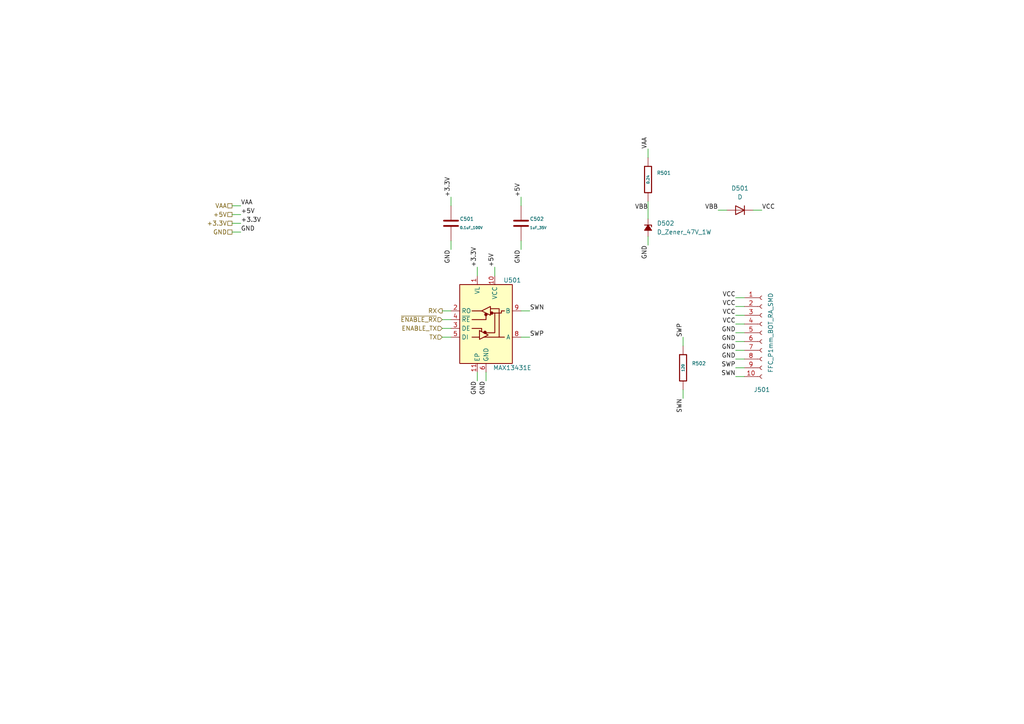
<source format=kicad_sch>
(kicad_sch (version 20230121) (generator eeschema)
  (paper "A4")
  (lib_symbols
    (symbol "Janelia:C_0.1uF_100V_0402" (pin_numbers hide) (pin_names (offset 0.254))
      (property "Reference" "C" (at 0 2.54 0))
      (property "Value" "0.1uF_100V" (at 0 0 0))
      (symbol "C_0.1uF_100V_0402_0_1"
        (polyline (pts (xy -2.032 -0.762) (xy 2.032 -0.762)) (stroke (width 0.508)))
        (polyline (pts (xy -2.032 0.762) (xy 2.032 0.762)) (stroke (width 0.508)))
      )
      (symbol "C_0.1uF_100V_0402_1_1"
        (pin passive line (at 0 5.08 270) (length 4.318) (name "~") (number "1"))
        (pin passive line (at 0 -5.08 90) (length 4.318) (name "~") (number "2"))
      )
    )
    (symbol "Janelia:C_1uF_35V_0402" (pin_numbers hide) (pin_names (offset 0.254))
      (property "Reference" "C" (at 0 2.54 0))
      (property "Value" "1uF_35V" (at 0 0 0))
      (symbol "C_1uF_35V_0402_0_1"
        (polyline (pts (xy -2.032 -0.762) (xy 2.032 -0.762)) (stroke (width 0.508)))
        (polyline (pts (xy -2.032 0.762) (xy 2.032 0.762)) (stroke (width 0.508)))
      )
      (symbol "C_1uF_35V_0402_1_1"
        (pin passive line (at 0 5.08 270) (length 4.318) (name "~") (number "1"))
        (pin passive line (at 0 -5.08 90) (length 4.318) (name "~") (number "2"))
      )
    )
    (symbol "Janelia:Conn_01x10_FFC_P1mm_BOT_RA_SMD" (pin_names (offset 1.016) hide)
      (property "Reference" "J" (at 0 12.7 0))
      (property "Value" "FFC_P1mm_BOT_RA_SMD" (at 0 -15.24 0))
      (symbol "Conn_01x10_FFC_P1mm_BOT_RA_SMD_1_1"
        (arc (start 0 -12.192) (mid -0.5058 -12.7) (end 0 -13.208) (stroke (width 0.1524)))
        (arc (start 0 -9.652) (mid -0.5058 -10.16) (end 0 -10.668) (stroke (width 0.1524)))
        (arc (start 0 -7.112) (mid -0.5058 -7.62) (end 0 -8.128) (stroke (width 0.1524)))
        (arc (start 0 -4.572) (mid -0.5058 -5.08) (end 0 -5.588) (stroke (width 0.1524)))
        (arc (start 0 -2.032) (mid -0.5058 -2.54) (end 0 -3.048) (stroke (width 0.1524)))
        (polyline (pts (xy -1.27 -12.7) (xy -0.508 -12.7)) (stroke (width 0.1524)))
        (polyline (pts (xy -1.27 -10.16) (xy -0.508 -10.16)) (stroke (width 0.1524)))
        (polyline (pts (xy -1.27 -7.62) (xy -0.508 -7.62)) (stroke (width 0.1524)))
        (polyline (pts (xy -1.27 -5.08) (xy -0.508 -5.08)) (stroke (width 0.1524)))
        (polyline (pts (xy -1.27 -2.54) (xy -0.508 -2.54)) (stroke (width 0.1524)))
        (polyline (pts (xy -1.27 0) (xy -0.508 0)) (stroke (width 0.1524)))
        (polyline (pts (xy -1.27 2.54) (xy -0.508 2.54)) (stroke (width 0.1524)))
        (polyline (pts (xy -1.27 5.08) (xy -0.508 5.08)) (stroke (width 0.1524)))
        (polyline (pts (xy -1.27 7.62) (xy -0.508 7.62)) (stroke (width 0.1524)))
        (polyline (pts (xy -1.27 10.16) (xy -0.508 10.16)) (stroke (width 0.1524)))
        (arc (start 0 0.508) (mid -0.5058 0) (end 0 -0.508) (stroke (width 0.1524)))
        (arc (start 0 3.048) (mid -0.5058 2.54) (end 0 2.032) (stroke (width 0.1524)))
        (arc (start 0 5.588) (mid -0.5058 5.08) (end 0 4.572) (stroke (width 0.1524)))
        (arc (start 0 8.128) (mid -0.5058 7.62) (end 0 7.112) (stroke (width 0.1524)))
        (arc (start 0 10.668) (mid -0.5058 10.16) (end 0 9.652) (stroke (width 0.1524)))
        (pin passive line (at -5.08 10.16 0) (length 3.81) (name "Pin_1") (number "1"))
        (pin passive line (at -5.08 -12.7 0) (length 3.81) (name "Pin_10") (number "10"))
        (pin passive line (at -5.08 7.62 0) (length 3.81) (name "Pin_2") (number "2"))
        (pin passive line (at -5.08 5.08 0) (length 3.81) (name "Pin_3") (number "3"))
        (pin passive line (at -5.08 2.54 0) (length 3.81) (name "Pin_4") (number "4"))
        (pin passive line (at -5.08 0 0) (length 3.81) (name "Pin_5") (number "5"))
        (pin passive line (at -5.08 -2.54 0) (length 3.81) (name "Pin_6") (number "6"))
        (pin passive line (at -5.08 -5.08 0) (length 3.81) (name "Pin_7") (number "7"))
        (pin passive line (at -5.08 -7.62 0) (length 3.81) (name "Pin_8") (number "8"))
        (pin passive line (at -5.08 -10.16 0) (length 3.81) (name "Pin_9") (number "9"))
      )
    )
    (symbol "Janelia:D_1.25V@2A_400V" (pin_numbers hide) (pin_names (offset 1.016) hide)
      (property "Reference" "D" (at 0 2.54 0))
      (property "Value" "D" (at 0 -2.54 0))
      (symbol "D_1.25V@2A_400V_0_1"
        (polyline (pts (xy -1.27 1.27) (xy -1.27 -1.27)) (stroke (width 0.254)))
        (polyline (pts (xy 1.27 0) (xy -1.27 0)))
        (polyline (pts (xy 1.27 1.27) (xy 1.27 -1.27) (xy -1.27 0) (xy 1.27 1.27)) (stroke (width 0.254)))
      )
      (symbol "D_1.25V@2A_400V_1_1"
        (pin passive line (at -3.81 0 0) (length 2.54) (name "K") (number "1"))
        (pin passive line (at 3.81 0 180) (length 2.54) (name "A") (number "2"))
      )
    )
    (symbol "Janelia:D_Zener_47V_1W" (pin_numbers hide) (pin_names (offset 0.254) hide)
      (property "Reference" "D" (at 0 2.286 0))
      (property "Value" "D_Zener_47V_1W" (at 0 -2.286 0))
      (symbol "D_Zener_47V_1W_0_1"
        (polyline (pts (xy 0.762 0) (xy -0.762 0)))
        (polyline (pts (xy -0.254 1.016) (xy -0.762 1.016) (xy -0.762 -1.016)) (stroke (width 0.254)))
        (polyline (pts (xy 0.762 1.016) (xy -0.762 0) (xy 0.762 -1.016) (xy 0.762 1.016)) (stroke (width 0.254)) (fill (type outline)))
      )
      (symbol "D_Zener_47V_1W_1_1"
        (pin passive line (at -2.54 0 0) (length 1.778) (name "K") (number "1"))
        (pin passive line (at 2.54 0 180) (length 1.778) (name "A") (number "2"))
      )
    )
    (symbol "Janelia:MAX13431E"
      (property "Reference" "U" (at 7.62 11.43 0))
      (property "Value" "MAX13431E" (at 7.62 -13.97 0))
      (symbol "MAX13431E_0_1"
        (rectangle (start -7.62 10.16) (end 7.62 -12.7) (stroke (width 0.254)) (fill (type background)))
        (circle (center -0.3048 -3.683) (radius 0.3556) (stroke (width 0.254)) (fill (type outline)))
        (circle (center -0.0254 1.4986) (radius 0.3556) (stroke (width 0.254)) (fill (type outline)))
        (polyline (pts (xy -4.064 -5.08) (xy -1.905 -5.08)) (stroke (width 0.254)))
        (polyline (pts (xy -4.064 2.54) (xy -1.27 2.54)) (stroke (width 0.254)))
        (polyline (pts (xy -1.27 -3.2004) (xy -1.27 -3.4544)) (stroke (width 0.254)))
        (polyline (pts (xy -0.635 -5.08) (xy 5.334 -5.08)) (stroke (width 0.254)))
        (polyline (pts (xy -4.064 -2.54) (xy -1.27 -2.54) (xy -1.27 -3.175)) (stroke (width 0.254)))
        (polyline (pts (xy 0 1.27) (xy 0 0) (xy -4.064 0)) (stroke (width 0.254)))
        (polyline (pts (xy 1.27 3.175) (xy 3.81 3.175) (xy 3.81 -5.08)) (stroke (width 0.254)))
        (polyline (pts (xy 2.54 1.905) (xy 2.54 -3.81) (xy 0 -3.81)) (stroke (width 0.254)))
        (polyline (pts (xy -1.905 -3.175) (xy -1.905 -5.715) (xy 0.635 -4.445) (xy -1.905 -3.175)) (stroke (width 0.254)))
        (polyline (pts (xy -1.27 2.54) (xy 1.27 3.81) (xy 1.27 1.27) (xy -1.27 2.54)) (stroke (width 0.254)))
        (polyline (pts (xy 1.905 1.905) (xy 4.445 1.905) (xy 4.445 2.54) (xy 5.334 2.54)) (stroke (width 0.254)))
        (rectangle (start 1.27 3.175) (end 1.27 3.175))
        (circle (center 1.651 1.905) (radius 0.3556) (stroke (width 0.254)) (fill (type outline)))
      )
      (symbol "MAX13431E_1_1"
        (pin power_in line (at -2.54 12.7 270) (length 2.54) (name "VL") (number "1"))
        (pin power_in line (at 2.54 12.7 270) (length 2.54) (name "VCC") (number "10"))
        (pin power_in line (at -2.54 -15.24 90) (length 2.54) (name "EP") (number "11"))
        (pin output line (at -10.16 2.54 0) (length 2.54) (name "RO") (number "2"))
        (pin input line (at -10.16 -2.54 0) (length 2.54) (name "DE") (number "3"))
        (pin input line (at -10.16 0 0) (length 2.54) (name "~{RE}") (number "4"))
        (pin input line (at -10.16 -5.08 0) (length 2.54) (name "DI") (number "5"))
        (pin power_in line (at 0 -15.24 90) (length 2.54) (name "GND") (number "6"))
        (pin bidirectional line (at 10.16 -5.08 180) (length 2.54) (name "A") (number "8"))
        (pin bidirectional line (at 10.16 2.54 180) (length 2.54) (name "B") (number "9"))
      )
    )
    (symbol "Janelia:R_0.240_1W_2512" (pin_numbers hide) (pin_names (offset 0))
      (property "Reference" "R" (at 2.032 0 90))
      (property "Value" "0.24" (at 0 0 90))
      (symbol "R_0.240_1W_2512_0_1"
        (rectangle (start -1.016 3.81) (end 1.016 -3.81) (stroke (width 0.3048)))
      )
      (symbol "R_0.240_1W_2512_1_1"
        (pin passive line (at 0 6.35 270) (length 2.54) (name "~") (number "1"))
        (pin passive line (at 0 -6.35 90) (length 2.54) (name "~") (number "2"))
      )
    )
    (symbol "Janelia:R_120_0402" (pin_numbers hide) (pin_names (offset 0))
      (property "Reference" "R502" (at 2.54 1.27 0))
      (property "Value" "120" (at 0 0 90))
      (symbol "R_120_0402_0_1"
        (rectangle (start -1.016 3.81) (end 1.016 -3.81) (stroke (width 0.3048)))
      )
      (symbol "R_120_0402_1_1"
        (pin passive line (at 0 6.35 270) (length 2.54) (name "~") (number "1"))
        (pin passive line (at 0 -6.35 90) (length 2.54) (name "~") (number "2"))
      )
    )
  )
  (wire (pts (xy 128.27 95.25) (xy 130.81 95.25)))
  (wire (pts (xy 138.43 107.95) (xy 138.43 110.49)))
  (wire (pts (xy 215.9 96.52) (xy 213.36 96.52)))
  (wire (pts (xy 140.97 107.95) (xy 140.97 110.49)))
  (wire (pts (xy 215.9 106.68) (xy 213.36 106.68)))
  (wire (pts (xy 130.81 69.85) (xy 130.81 72.39)))
  (wire (pts (xy 151.13 69.85) (xy 151.13 72.39)))
  (wire (pts (xy 67.31 62.23) (xy 69.85 62.23)))
  (wire (pts (xy 218.44 60.96) (xy 220.98 60.96)))
  (wire (pts (xy 128.27 90.17) (xy 130.81 90.17)))
  (wire (pts (xy 151.13 97.79) (xy 153.67 97.79)))
  (wire (pts (xy 198.12 113.03) (xy 198.12 115.57)))
  (wire (pts (xy 128.27 97.79) (xy 130.81 97.79)))
  (wire (pts (xy 67.31 59.69) (xy 69.85 59.69)))
  (wire (pts (xy 143.51 80.01) (xy 143.51 77.47)))
  (wire (pts (xy 67.31 67.31) (xy 69.85 67.31)))
  (wire (pts (xy 128.27 92.71) (xy 130.81 92.71)))
  (wire (pts (xy 215.9 99.06) (xy 213.36 99.06)))
  (wire (pts (xy 210.82 60.96) (xy 208.28 60.96)))
  (wire (pts (xy 215.9 88.9) (xy 213.36 88.9)))
  (wire (pts (xy 187.96 68.58) (xy 187.96 71.12)))
  (wire (pts (xy 198.12 100.33) (xy 198.12 97.79)))
  (wire (pts (xy 151.13 90.17) (xy 153.67 90.17)))
  (wire (pts (xy 215.9 86.36) (xy 213.36 86.36)))
  (wire (pts (xy 67.31 64.77) (xy 69.85 64.77)))
  (wire (pts (xy 215.9 109.22) (xy 213.36 109.22)))
  (wire (pts (xy 151.13 59.69) (xy 151.13 57.15)))
  (wire (pts (xy 215.9 91.44) (xy 213.36 91.44)))
  (wire (pts (xy 138.43 80.01) (xy 138.43 77.47)))
  (wire (pts (xy 130.81 59.69) (xy 130.81 57.15)))
  (wire (pts (xy 215.9 104.14) (xy 213.36 104.14)))
  (wire (pts (xy 215.9 93.98) (xy 213.36 93.98)))
  (wire (pts (xy 187.96 58.42) (xy 187.96 63.5)))
  (wire (pts (xy 187.96 45.72) (xy 187.96 43.18)))
  (wire (pts (xy 215.9 101.6) (xy 213.36 101.6)))
  (label "SWN" (at 153.67 90.17 0))
  (label "VCC" (at 213.36 91.44 180))
  (label "GND" (at 69.85 67.31 0))
  (label "VCC" (at 213.36 88.9 180))
  (label "SWP" (at 213.36 106.68 180))
  (label "GND" (at 140.97 110.49 270))
  (label "+5V" (at 151.13 57.15 90))
  (label "VCC" (at 220.98 60.96 0))
  (label "GND" (at 130.81 72.39 270))
  (label "VBB" (at 187.96 60.96 180))
  (label "+3.3V" (at 138.43 77.47 90))
  (label "VAA" (at 187.96 43.18 90))
  (label "+3.3V" (at 130.81 57.15 90))
  (label "GND" (at 213.36 99.06 180))
  (label "+5V" (at 69.85 62.23 0))
  (label "+3.3V" (at 69.85 64.77 0))
  (label "GND" (at 213.36 101.6 180))
  (label "+5V" (at 143.51 77.47 90))
  (label "VCC" (at 213.36 93.98 180))
  (label "VBB" (at 208.28 60.96 180))
  (label "GND" (at 187.96 71.12 270))
  (label "SWN" (at 198.12 115.57 270))
  (label "GND" (at 213.36 104.14 180))
  (label "SWN" (at 213.36 109.22 180))
  (label "VAA" (at 69.85 59.69 0))
  (label "VCC" (at 213.36 86.36 180))
  (label "GND" (at 138.43 110.49 270))
  (label "GND" (at 213.36 96.52 180))
  (label "SWP" (at 198.12 97.79 90))
  (label "SWP" (at 153.67 97.79 0))
  (label "GND" (at 151.13 72.39 270))
  (hierarchical_label "~{ENABLE_RX}" (shape input) (at 128.27 92.71 180))
  (hierarchical_label "TX" (shape input) (at 128.27 97.79 180))
  (hierarchical_label "+5V" (shape passive) (at 67.31 62.23 180))
  (hierarchical_label "+3.3V" (shape passive) (at 67.31 64.77 180))
  (hierarchical_label "GND" (shape passive) (at 67.31 67.31 180))
  (hierarchical_label "RX" (shape output) (at 128.27 90.17 180))
  (hierarchical_label "VAA" (shape passive) (at 67.31 59.69 180))
  (hierarchical_label "ENABLE_TX" (shape input) (at 128.27 95.25 180))
  (symbol (lib_id "Janelia:D_1.25V@2A_400V") (at 214.63 60.96 180) (unit 1)
    (property "Reference" "D501" (at 214.63 54.61 0))
    (property "Value" "D" (at 214.63 57.15 0))
    (property "Footprint" "Janelia:D_SMB" (effects hide))
    (property "Sim.Device" "D" (effects hide))
    (property "Sim.Pins" "1=K 2=A" (effects hide))
    (property "Synopsis" "DIODE GEN PURP 400V 2A" (effects hide))
    (property "Package" "SMB" (effects hide))
    (property "Manufacturer" "ShunYe" (effects hide))
    (property "Manufacturer Part Number" "ES2G" (effects hide))
    (property "Vendor" "Digi-Key" (effects hide))
    (property "Vendor Part Number" "ES2G-FDICT-ND" (effects hide))
    (property "LCSC" "C4944961" (effects hide))
    (instances (project "tmc5130-uart-multiplexer" (path "" (reference "D501") (unit 1)) (path "" (reference "D601") (unit 1)) (path "" (reference "D701") (unit 1)) (path "" (reference "D801") (unit 1)) (path "" (reference "D901") (unit 1)) (path "" (reference "D1001") (unit 1)) (path "" (reference "D1101") (unit 1))))
  )
  (symbol (lib_id "Janelia:C_0.1uF_100V_0402") (at 130.81 64.77 0) (unit 1)
    (property "Reference" "C501" (at 133.35 63.5 0) (effects (font (size 1.016 1.016)) (justify left)))
    (property "Value" "0.1uF_100V" (at 133.35 66.04 0) (effects (font (size 0.762 0.762)) (justify left)))
    (property "Footprint" "Janelia:C_0402_1005Metric" (effects hide))
    (property "Vendor" "Digi-Key" (effects hide))
    (property "Vendor Part Number" "490-10458-1-ND" (effects hide))
    (property "Synopsis" "CAP CER 0.1UF 100V X5R" (effects hide))
    (property "Manufacturer" "Murata Electronics" (effects hide))
    (property "Manufacturer Part Number" "GRM155R62A104KE14D" (effects hide))
    (property "Package" "0402" (effects hide))
    (property "LCSC" "C162178" (effects hide))
    (instances (project "tmc5130-uart-multiplexer" (path "" (reference "C501") (unit 1)) (path "" (reference "C601") (unit 1)) (path "" (reference "C701") (unit 1)) (path "" (reference "C801") (unit 1)) (path "" (reference "C901") (unit 1)) (path "" (reference "C1001") (unit 1)) (path "" (reference "C1101") (unit 1))))
  )
  (symbol (lib_id "Janelia:C_1uF_35V_0402") (at 151.13 64.77 0) (unit 1)
    (property "Reference" "C502" (at 153.67 63.5 0) (effects (font (size 1.016 1.016)) (justify left)))
    (property "Value" "1uF_35V" (at 153.67 66.04 0) (effects (font (size 0.762 0.762)) (justify left)))
    (property "Footprint" "Janelia:C_0402_1005Metric" (effects hide))
    (property "Vendor" "Digi-Key" (effects hide))
    (property "Vendor Part Number" "1276-6796-1-ND" (effects hide))
    (property "Synopsis" "CAP CER 1UF 35V X5R" (effects hide))
    (property "Package" "0402" (effects hide))
    (property "Manufacturer" "Samsung Electro-Mechanics" (effects hide))
    (property "Manufacturer Part Number" "CL05A105KL5NRNC" (effects hide))
    (property "LCSC" "C307413" (effects hide))
    (instances (project "tmc5130-uart-multiplexer" (path "" (reference "C502") (unit 1)) (path "" (reference "C602") (unit 1)) (path "" (reference "C702") (unit 1)) (path "" (reference "C802") (unit 1)) (path "" (reference "C902") (unit 1)) (path "" (reference "C1002") (unit 1)) (path "" (reference "C1102") (unit 1))))
  )
  (symbol (lib_id "Janelia:R_0.240_1W_2512") (at 187.96 52.07 0) (unit 1)
    (property "Reference" "R501" (at 190.5 50.165 0) (effects (font (size 1.016 1.016)) (justify left)))
    (property "Value" "0.24" (at 187.96 52.07 90) (effects (font (size 0.762 0.762))))
    (property "Footprint" "Janelia:R_2512_6332Metric" (effects hide))
    (property "Vendor" "JLCPCB" (effects hide))
    (property "Vendor Part Number" "C2960776" (effects hide))
    (property "Synopsis" "1W 240m Surface Mount Resistor" (effects hide))
    (property "Package" "2512" (effects hide))
    (property "Manufacturer" "FOJAN" (effects hide))
    (property "Manufacturer Part Number" "FRL2512JR240TS" (effects hide))
    (property "LCSC" "C2960776" (effects hide))
    (instances (project "tmc5130-uart-multiplexer" (path "" (reference "R501") (unit 1)) (path "" (reference "R601") (unit 1)) (path "" (reference "R701") (unit 1)) (path "" (reference "R801") (unit 1)) (path "" (reference "R901") (unit 1)) (path "" (reference "R1001") (unit 1)) (path "" (reference "R1101") (unit 1))))
  )
  (symbol (lib_id "Janelia:D_Zener_47V_1W") (at 187.96 66.04 270) (unit 1)
    (property "Reference" "D502" (at 190.5 64.77 90) (effects (justify left)))
    (property "Value" "D_Zener_47V_1W" (at 190.5 67.31 90) (effects (justify left)))
    (property "Footprint" "Janelia:D_SMA" (effects hide))
    (property "Synopsis" "DIODE ZENER 47V 1W" (effects hide))
    (property "Manufacturer" "Shikues" (effects hide))
    (property "Manufacturer Part Number" "1SMAF4756A" (effects hide))
    (property "Vendor" "Digi-Key" (effects hide))
    (property "Vendor Part Number" "3372-1SMA4756ATR-ND" (effects hide))
    (property "Package" "SMAF" (effects hide))
    (property "LCSC" "C475448" (effects hide))
    (instances (project "tmc5130-uart-multiplexer" (path "" (reference "D502") (unit 1)) (path "" (reference "D602") (unit 1)) (path "" (reference "D702") (unit 1)) (path "" (reference "D802") (unit 1)) (path "" (reference "D902") (unit 1)) (path "" (reference "D1002") (unit 1)) (path "" (reference "D1102") (unit 1))))
  )
  (symbol (lib_id "Janelia:MAX13431E") (at 140.97 92.71 0) (unit 1)
    (property "Reference" "U501" (at 148.59 81.28 0))
    (property "Value" "MAX13431E" (at 148.59 106.68 0))
    (property "Footprint" "Janelia:21-0137I_T1033-1_MXM" (effects hide))
    (property "Synopsis" "IC TRANSCEIVER HALF 1/1" (effects hide))
    (property "Manufacturer" "Analog Devices Inc./Maxim Integrated" (effects hide))
    (property "Manufacturer Part Number" "MAX13431EETB+T" (effects hide))
    (property "Vendor" "Digi-Key" (effects hide))
    (property "Vendor Part Number" "MAX13431EETB+TCT-ND" (effects hide))
    (property "LCSC" "C2672811" (effects hide))
    (instances (project "tmc5130-uart-multiplexer" (path "" (reference "U501") (unit 1)) (path "" (reference "U601") (unit 1)) (path "" (reference "U701") (unit 1)) (path "" (reference "U801") (unit 1)) (path "" (reference "U901") (unit 1)) (path "" (reference "U1001") (unit 1)) (path "" (reference "U1101") (unit 1))))
  )
  (symbol (lib_id "Janelia:Conn_01x10_FFC_P1mm_BOT_RA_SMD") (at 220.98 96.52 0) (unit 1)
    (property "Reference" "J501" (at 220.98 113.03 0))
    (property "Value" "FFC_P1mm_BOT_RA_SMD" (at 223.52 96.52 90))
    (property "Footprint" "Janelia:CONN_C2914097" (effects hide))
    (property "Synopsis" "CONN FFC FPC BOTTOM 10POS 1MM RA" (effects hide))
    (property "Package" "SMD P=1mm" (effects hide))
    (property "Manufacturer" "HDGC" (effects hide))
    (property "Manufacturer Part Number" "1.0K-FX-10PWBG" (effects hide))
    (property "Vendor" "JLCPCB" (effects hide))
    (property "Vendor Part Number" "C2914097" (effects hide))
    (property "LCSC" "C2914097" (effects hide))
    (instances (project "tmc5130-uart-multiplexer" (path "" (reference "J501") (unit 1)) (path "" (reference "J601") (unit 1)) (path "" (reference "J701") (unit 1)) (path "" (reference "J801") (unit 1)) (path "" (reference "J901") (unit 1)) (path "" (reference "J1001") (unit 1)) (path "" (reference "J1101") (unit 1))))
  )
  (symbol (lib_id "Janelia:R_120_0402") (at 198.12 106.68 0) (unit 1)
    (property "Reference" "R502" (at 200.66 105.41 0) (effects (font (size 1.016 1.016)) (justify left)))
    (property "Value" "120" (at 198.12 106.68 90) (effects (font (size 0.762 0.762))))
    (property "Footprint" "Janelia:R_0402_1005Metric" (effects hide))
    (property "Vendor" "JLCPCB" (effects hide))
    (property "Vendor Part Number" "C432822" (effects hide))
    (property "Synopsis" "RES SMD 120 OHM 1% 62.5mW" (effects hide))
    (property "Package" "0402" (effects hide))
    (property "Manufacturer" "TA-I Tech" (effects hide))
    (property "Manufacturer Part Number" "RM04FTN1200" (effects hide))
    (property "LCSC" "C432822" (effects hide))
    (instances (project "tmc5130-uart-multiplexer" (path "" (reference "R502") (unit 1)) (path "" (reference "R602") (unit 1)) (path "" (reference "R702") (unit 1)) (path "" (reference "R802") (unit 1)) (path "" (reference "R902") (unit 1)) (path "" (reference "R1002") (unit 1)) (path "" (reference "R1102") (unit 1))))
  )
)
</source>
